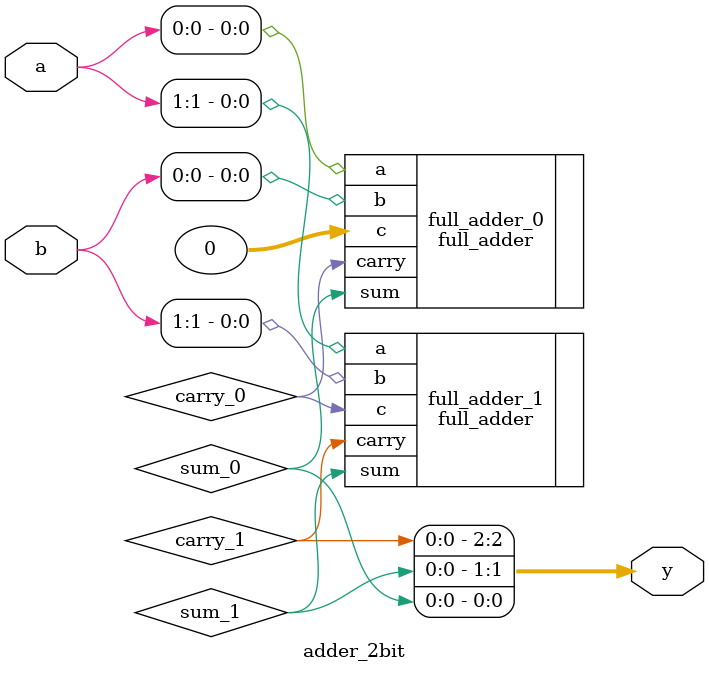
<source format=v>
module adder_2bit
    (
        input wire [1:0]  a,
        input wire [1:0]  b,
        output wire [2:0] y
    );
    
    wire sum_0, sum_1;
    wire carry_0, carry_1;
    
    full_adder full_adder_0
    (
        .a(a[0]),
        .b(b[0]),
        .c(0),
        .sum(sum_0),
        .carry(carry_0) 
    );
    
    full_adder full_adder_1
    (
        .a(a[1]),
        .b(b[1]),
        .c(carry_0),
        .sum(sum_1),
        .carry(carry_1) 
    );
    
    assign y = {carry_1, sum_1, sum_0};
    
endmodule

</source>
